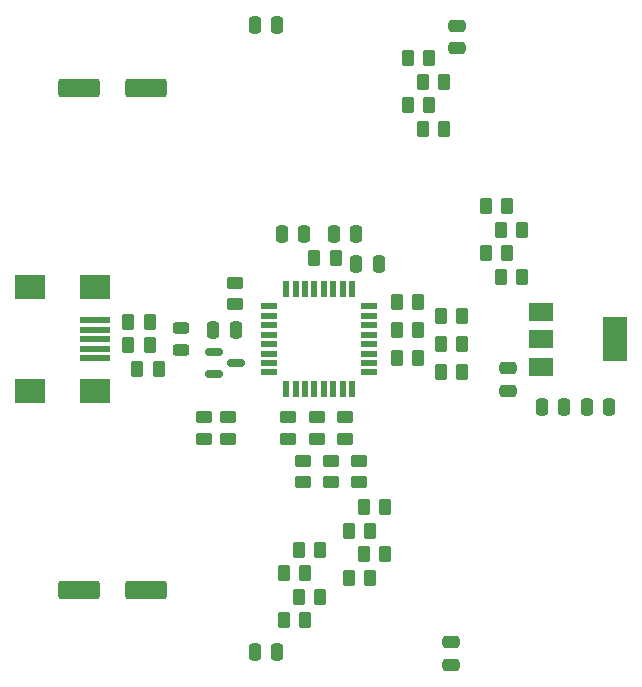
<source format=gtp>
%TF.GenerationSoftware,KiCad,Pcbnew,(6.0.5)*%
%TF.CreationDate,2024-04-30T20:25:27+02:00*%
%TF.ProjectId,TUSB2046-FS-HUB,54555342-3230-4343-962d-46532d485542,rev?*%
%TF.SameCoordinates,Original*%
%TF.FileFunction,Paste,Top*%
%TF.FilePolarity,Positive*%
%FSLAX46Y46*%
G04 Gerber Fmt 4.6, Leading zero omitted, Abs format (unit mm)*
G04 Created by KiCad (PCBNEW (6.0.5)) date 2024-04-30 20:25:27*
%MOMM*%
%LPD*%
G01*
G04 APERTURE LIST*
G04 Aperture macros list*
%AMRoundRect*
0 Rectangle with rounded corners*
0 $1 Rounding radius*
0 $2 $3 $4 $5 $6 $7 $8 $9 X,Y pos of 4 corners*
0 Add a 4 corners polygon primitive as box body*
4,1,4,$2,$3,$4,$5,$6,$7,$8,$9,$2,$3,0*
0 Add four circle primitives for the rounded corners*
1,1,$1+$1,$2,$3*
1,1,$1+$1,$4,$5*
1,1,$1+$1,$6,$7*
1,1,$1+$1,$8,$9*
0 Add four rect primitives between the rounded corners*
20,1,$1+$1,$2,$3,$4,$5,0*
20,1,$1+$1,$4,$5,$6,$7,0*
20,1,$1+$1,$6,$7,$8,$9,0*
20,1,$1+$1,$8,$9,$2,$3,0*%
G04 Aperture macros list end*
%ADD10RoundRect,0.250000X-0.450000X0.262500X-0.450000X-0.262500X0.450000X-0.262500X0.450000X0.262500X0*%
%ADD11RoundRect,0.250000X0.450000X-0.262500X0.450000X0.262500X-0.450000X0.262500X-0.450000X-0.262500X0*%
%ADD12R,1.475000X0.600000*%
%ADD13R,0.600000X1.475000*%
%ADD14RoundRect,0.250000X0.262500X0.450000X-0.262500X0.450000X-0.262500X-0.450000X0.262500X-0.450000X0*%
%ADD15RoundRect,0.250000X-0.262500X-0.450000X0.262500X-0.450000X0.262500X0.450000X-0.262500X0.450000X0*%
%ADD16RoundRect,0.150000X-0.587500X-0.150000X0.587500X-0.150000X0.587500X0.150000X-0.587500X0.150000X0*%
%ADD17RoundRect,0.250000X-0.475000X0.250000X-0.475000X-0.250000X0.475000X-0.250000X0.475000X0.250000X0*%
%ADD18RoundRect,0.250000X-0.250000X-0.475000X0.250000X-0.475000X0.250000X0.475000X-0.250000X0.475000X0*%
%ADD19R,2.000000X1.500000*%
%ADD20R,2.000000X3.800000*%
%ADD21RoundRect,0.250000X0.250000X0.475000X-0.250000X0.475000X-0.250000X-0.475000X0.250000X-0.475000X0*%
%ADD22RoundRect,0.250000X1.500000X0.550000X-1.500000X0.550000X-1.500000X-0.550000X1.500000X-0.550000X0*%
%ADD23RoundRect,0.243750X-0.456250X0.243750X-0.456250X-0.243750X0.456250X-0.243750X0.456250X0.243750X0*%
%ADD24R,2.500000X0.500000*%
%ADD25R,2.500000X2.000000*%
G04 APERTURE END LIST*
D10*
%TO.C,R35*%
X144750000Y-99087500D03*
X144750000Y-100912500D03*
%TD*%
D11*
%TO.C,R34*%
X142750000Y-100912500D03*
X142750000Y-99087500D03*
%TD*%
D12*
%TO.C,IC1*%
X148262000Y-89700000D03*
X148262000Y-90500000D03*
X148262000Y-91300000D03*
X148262000Y-92100000D03*
X148262000Y-92900000D03*
X148262000Y-93700000D03*
X148262000Y-94500000D03*
X148262000Y-95300000D03*
D13*
X149700000Y-96738000D03*
X150500000Y-96738000D03*
X151300000Y-96738000D03*
X152100000Y-96738000D03*
X152900000Y-96738000D03*
X153700000Y-96738000D03*
X154500000Y-96738000D03*
X155300000Y-96738000D03*
D12*
X156738000Y-95300000D03*
X156738000Y-94500000D03*
X156738000Y-93700000D03*
X156738000Y-92900000D03*
X156738000Y-92100000D03*
X156738000Y-91300000D03*
X156738000Y-90500000D03*
X156738000Y-89700000D03*
D13*
X155300000Y-88262000D03*
X154500000Y-88262000D03*
X153700000Y-88262000D03*
X152900000Y-88262000D03*
X152100000Y-88262000D03*
X151300000Y-88262000D03*
X150500000Y-88262000D03*
X149700000Y-88262000D03*
%TD*%
D14*
%TO.C,R27*%
X168412500Y-85200000D03*
X166587500Y-85200000D03*
%TD*%
D15*
%TO.C,R8*%
X159087500Y-89300000D03*
X160912500Y-89300000D03*
%TD*%
D11*
%TO.C,R12*%
X145400000Y-89512500D03*
X145400000Y-87687500D03*
%TD*%
D16*
%TO.C,U2*%
X143562500Y-93550000D03*
X143562500Y-95450000D03*
X145437500Y-94500000D03*
%TD*%
D15*
%TO.C,R1*%
X137087500Y-95000000D03*
X138912500Y-95000000D03*
%TD*%
D17*
%TO.C,C5*%
X168500000Y-94950000D03*
X168500000Y-96850000D03*
%TD*%
D18*
%TO.C,C3*%
X171350000Y-98200000D03*
X173250000Y-98200000D03*
%TD*%
D19*
%TO.C,U1*%
X171250000Y-90200000D03*
X171250000Y-92500000D03*
D20*
X177550000Y-92500000D03*
D19*
X171250000Y-94800000D03*
%TD*%
D17*
%TO.C,C11*%
X163700000Y-118150000D03*
X163700000Y-120050000D03*
%TD*%
D15*
%TO.C,R30*%
X161287500Y-74700000D03*
X163112500Y-74700000D03*
%TD*%
D14*
%TO.C,R15*%
X164612500Y-95300000D03*
X162787500Y-95300000D03*
%TD*%
D21*
%TO.C,C13*%
X155650000Y-83600000D03*
X153750000Y-83600000D03*
%TD*%
D15*
%TO.C,R11*%
X159087500Y-94100000D03*
X160912500Y-94100000D03*
%TD*%
%TO.C,R33*%
X149487500Y-116300000D03*
X151312500Y-116300000D03*
%TD*%
%TO.C,R3*%
X136337500Y-91000000D03*
X138162500Y-91000000D03*
%TD*%
D14*
%TO.C,R18*%
X161812500Y-68700000D03*
X159987500Y-68700000D03*
%TD*%
D15*
%TO.C,R2*%
X136337500Y-93000000D03*
X138162500Y-93000000D03*
%TD*%
D14*
%TO.C,R32*%
X156812500Y-112700000D03*
X154987500Y-112700000D03*
%TD*%
D15*
%TO.C,R10*%
X162787500Y-92900000D03*
X164612500Y-92900000D03*
%TD*%
D22*
%TO.C,C2*%
X137800000Y-71250000D03*
X132200000Y-71250000D03*
%TD*%
D10*
%TO.C,R5*%
X154700000Y-99087500D03*
X154700000Y-100912500D03*
%TD*%
D15*
%TO.C,R9*%
X162787500Y-90500000D03*
X164612500Y-90500000D03*
%TD*%
D23*
%TO.C,D1*%
X140800000Y-91562500D03*
X140800000Y-93437500D03*
%TD*%
D14*
%TO.C,R19*%
X163112500Y-70700000D03*
X161287500Y-70700000D03*
%TD*%
D18*
%TO.C,C9*%
X147050000Y-65900000D03*
X148950000Y-65900000D03*
%TD*%
%TO.C,C7*%
X155650000Y-86100000D03*
X157550000Y-86100000D03*
%TD*%
D10*
%TO.C,R6*%
X152300000Y-99087500D03*
X152300000Y-100912500D03*
%TD*%
D21*
%TO.C,C4*%
X177050000Y-98200000D03*
X175150000Y-98200000D03*
%TD*%
D18*
%TO.C,C12*%
X149350000Y-83600000D03*
X151250000Y-83600000D03*
%TD*%
D14*
%TO.C,R16*%
X160912500Y-91700000D03*
X159087500Y-91700000D03*
%TD*%
%TO.C,R28*%
X158112500Y-110700000D03*
X156287500Y-110700000D03*
%TD*%
D21*
%TO.C,C6*%
X145450000Y-91750000D03*
X143550000Y-91750000D03*
%TD*%
%TO.C,C8*%
X148950000Y-119000000D03*
X147050000Y-119000000D03*
%TD*%
D24*
%TO.C,J1*%
X133525000Y-90900000D03*
X133525000Y-91700000D03*
X133525000Y-92500000D03*
X133525000Y-93300000D03*
X133525000Y-94100000D03*
D25*
X128025000Y-88100000D03*
X128025000Y-96900000D03*
X133525000Y-88100000D03*
X133525000Y-96900000D03*
%TD*%
D14*
%TO.C,R31*%
X169712500Y-87200000D03*
X167887500Y-87200000D03*
%TD*%
D15*
%TO.C,R25*%
X167887500Y-83200000D03*
X169712500Y-83200000D03*
%TD*%
D10*
%TO.C,R7*%
X151100000Y-102787500D03*
X151100000Y-104612500D03*
%TD*%
D11*
%TO.C,R14*%
X153500000Y-104612500D03*
X153500000Y-102787500D03*
%TD*%
D15*
%TO.C,R29*%
X150787500Y-114300000D03*
X152612500Y-114300000D03*
%TD*%
%TO.C,R22*%
X150787500Y-110300000D03*
X152612500Y-110300000D03*
%TD*%
%TO.C,R26*%
X159987500Y-72700000D03*
X161812500Y-72700000D03*
%TD*%
D22*
%TO.C,C1*%
X137800000Y-113750000D03*
X132200000Y-113750000D03*
%TD*%
D17*
%TO.C,C10*%
X164200000Y-65950000D03*
X164200000Y-67850000D03*
%TD*%
D10*
%TO.C,R4*%
X155900000Y-102787500D03*
X155900000Y-104612500D03*
%TD*%
D11*
%TO.C,R13*%
X149900000Y-100912500D03*
X149900000Y-99087500D03*
%TD*%
D15*
%TO.C,R24*%
X166587500Y-81200000D03*
X168412500Y-81200000D03*
%TD*%
D14*
%TO.C,R17*%
X153912500Y-85600000D03*
X152087500Y-85600000D03*
%TD*%
%TO.C,R21*%
X156812500Y-108700000D03*
X154987500Y-108700000D03*
%TD*%
D15*
%TO.C,R23*%
X149487500Y-112300000D03*
X151312500Y-112300000D03*
%TD*%
D14*
%TO.C,R20*%
X158112500Y-106700000D03*
X156287500Y-106700000D03*
%TD*%
M02*

</source>
